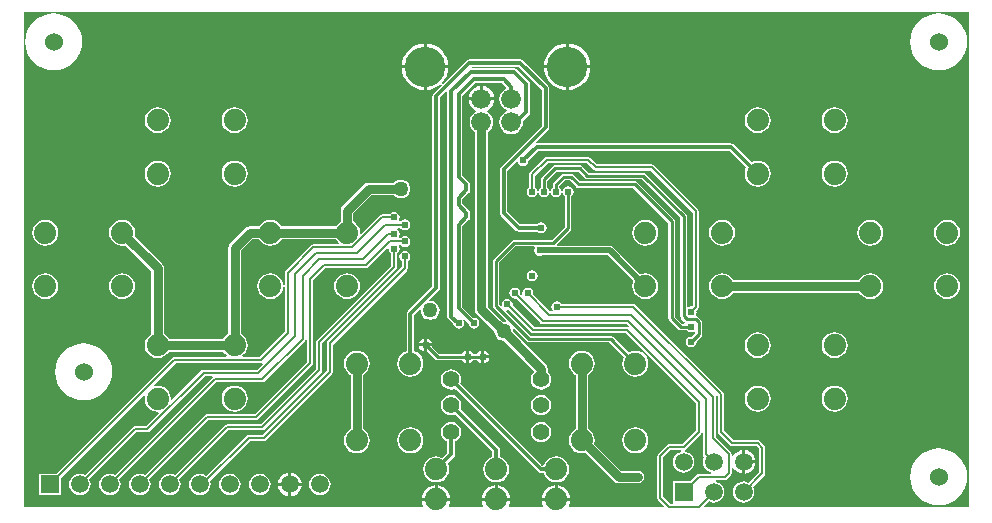
<source format=gbl>
%FSLAX25Y25*%
%MOIN*%
G70*
G01*
G75*
G04 Layer_Physical_Order=2*
G04 Layer_Color=14688338*
G04:AMPARAMS|DCode=10|XSize=40mil|YSize=40mil|CornerRadius=20mil|HoleSize=0mil|Usage=FLASHONLY|Rotation=0.000|XOffset=0mil|YOffset=0mil|HoleType=Round|Shape=RoundedRectangle|*
%AMROUNDEDRECTD10*
21,1,0.04000,0.00000,0,0,0.0*
21,1,0.00000,0.04000,0,0,0.0*
1,1,0.04000,0.00000,0.00000*
1,1,0.04000,0.00000,0.00000*
1,1,0.04000,0.00000,0.00000*
1,1,0.04000,0.00000,0.00000*
%
%ADD10ROUNDEDRECTD10*%
%ADD11R,0.03200X0.01200*%
%ADD12R,0.01200X0.03200*%
%ADD13R,0.04800X0.03200*%
%ADD14R,0.03200X0.04800*%
%ADD15R,0.03600X0.02800*%
%ADD16R,0.05512X0.04331*%
%ADD17R,0.04331X0.05512*%
%ADD18R,0.02800X0.03600*%
%ADD19R,0.07500X0.05600*%
%ADD20C,0.01000*%
%ADD21C,0.03000*%
%ADD22C,0.01200*%
%ADD23C,0.00800*%
%ADD24C,0.02000*%
%ADD25R,0.18000X0.18000*%
%ADD26C,0.06000*%
%ADD27C,0.05906*%
%ADD28R,0.05906X0.05906*%
%ADD29C,0.07400*%
%ADD30C,0.13500*%
%ADD31C,0.06600*%
%ADD32C,0.05512*%
%ADD33C,0.02400*%
%ADD34C,0.05000*%
%ADD35C,0.02300*%
G36*
X319936Y217436D02*
X319936D01*
X319936Y217436D01*
X319936Y217436D01*
Y217436D01*
X320267Y217215D01*
X320657Y217137D01*
X338921D01*
X352980Y203078D01*
Y172134D01*
X352594Y171817D01*
X352500Y171835D01*
X351798Y171696D01*
X351562Y171538D01*
X351121Y171774D01*
Y201843D01*
X351122Y201843D01*
X351036Y202272D01*
X350793Y202636D01*
X337308Y216122D01*
X336944Y216365D01*
X336515Y216450D01*
X336515Y216450D01*
X318293D01*
X316122Y218621D01*
X315758Y218865D01*
X315328Y218950D01*
X315328Y218950D01*
X307172D01*
X306742Y218865D01*
X306379Y218621D01*
X306379Y218621D01*
X302707Y214950D01*
X302464Y214586D01*
X302378Y214157D01*
X302379Y214157D01*
Y211415D01*
X302202Y211298D01*
X301804Y210702D01*
X301750Y210429D01*
X301250D01*
X301196Y210702D01*
X300798Y211298D01*
X300520Y211484D01*
Y215391D01*
X304766Y219637D01*
X317735D01*
X319936Y217436D01*
D02*
G37*
G36*
X356480Y129766D02*
Y122500D01*
X356480Y122500D01*
X356480D01*
X356558Y122110D01*
X356779Y121779D01*
X356858Y121700D01*
X356539Y120927D01*
X356417Y120000D01*
X356539Y119073D01*
X356897Y118208D01*
X357466Y117466D01*
X358208Y116897D01*
X359073Y116539D01*
X359226Y116518D01*
X359193Y116020D01*
X355000D01*
X354610Y115942D01*
X354279Y115721D01*
X352111Y113553D01*
X346447D01*
Y106447D01*
X346447D01*
Y106373D01*
X346094Y106020D01*
X345672D01*
X343270Y108422D01*
Y121578D01*
X345672Y123980D01*
X349193D01*
X349226Y123482D01*
X349073Y123461D01*
X348208Y123103D01*
X347466Y122534D01*
X346897Y121792D01*
X346539Y120927D01*
X346417Y120000D01*
X346539Y119073D01*
X346897Y118208D01*
X347466Y117466D01*
X348208Y116897D01*
X349073Y116539D01*
X350000Y116417D01*
X350927Y116539D01*
X351792Y116897D01*
X352534Y117466D01*
X353103Y118208D01*
X353461Y119073D01*
X353583Y120000D01*
X353461Y120927D01*
X353103Y121792D01*
X352534Y122534D01*
X351792Y123103D01*
X350927Y123461D01*
X350321Y123541D01*
X350304Y124041D01*
X350390Y124058D01*
X350721Y124279D01*
X355721Y129279D01*
X355942Y129610D01*
X355983Y129815D01*
X356480Y129766D01*
D02*
G37*
G36*
X445000Y105000D02*
X357095D01*
X356904Y105462D01*
X358300Y106859D01*
X359073Y106539D01*
X360000Y106417D01*
X360927Y106539D01*
X361792Y106897D01*
X362534Y107466D01*
X363103Y108208D01*
X363461Y109073D01*
X363583Y110000D01*
X363461Y110927D01*
X363103Y111792D01*
X362534Y112534D01*
X361792Y113103D01*
X360927Y113461D01*
X360774Y113481D01*
X360807Y113980D01*
X363750D01*
X364140Y114058D01*
X364471Y114279D01*
X365721Y115529D01*
X365942Y115860D01*
X366020Y116250D01*
Y117999D01*
X366510Y118097D01*
X366547Y118007D01*
X367181Y117181D01*
X368007Y116547D01*
X368968Y116149D01*
X369500Y116079D01*
Y120000D01*
Y123921D01*
X368968Y123851D01*
X368007Y123453D01*
X367181Y122819D01*
X366547Y121993D01*
X366510Y121903D01*
X366020Y122001D01*
Y122750D01*
X365942Y123140D01*
X365721Y123471D01*
X360939Y128253D01*
Y141581D01*
X360861Y141971D01*
X360817Y142038D01*
X361028Y142211D01*
X361480Y141998D01*
Y130000D01*
X361480Y130000D01*
X361480D01*
X361558Y129610D01*
X361779Y129279D01*
X365529Y125529D01*
X365860Y125308D01*
X366250Y125230D01*
X374328D01*
X375230Y124328D01*
Y116672D01*
X371700Y113142D01*
X370927Y113461D01*
X370000Y113583D01*
X369073Y113461D01*
X368208Y113103D01*
X367466Y112534D01*
X366897Y111792D01*
X366539Y110927D01*
X366417Y110000D01*
X366539Y109073D01*
X366897Y108208D01*
X367466Y107466D01*
X368208Y106897D01*
X369073Y106539D01*
X370000Y106417D01*
X370927Y106539D01*
X371792Y106897D01*
X372534Y107466D01*
X373103Y108208D01*
X373461Y109073D01*
X373583Y110000D01*
X373461Y110927D01*
X373142Y111700D01*
X376971Y115529D01*
X377192Y115860D01*
X377270Y116250D01*
X377270Y116250D01*
X377270Y116250D01*
Y116250D01*
Y124750D01*
X377192Y125140D01*
X376971Y125471D01*
X375471Y126971D01*
X375140Y127192D01*
X374750Y127270D01*
X366672D01*
X363520Y130422D01*
Y142500D01*
X363442Y142890D01*
X363221Y143221D01*
X333971Y172471D01*
X333640Y172692D01*
X333250Y172770D01*
X309234D01*
X309048Y173048D01*
X308452Y173446D01*
X307750Y173585D01*
X307048Y173446D01*
X306452Y173048D01*
X306054Y172452D01*
X305915Y171750D01*
X306054Y171048D01*
X306363Y170586D01*
X306128Y170145D01*
X305547D01*
X299770Y175922D01*
X299835Y176250D01*
X299696Y176952D01*
X299298Y177548D01*
X298702Y177946D01*
X298000Y178085D01*
X297298Y177946D01*
X296702Y177548D01*
X296304Y176952D01*
X296165Y176250D01*
X296238Y175880D01*
X295941Y175721D01*
X295539Y176019D01*
X295585Y176250D01*
X295446Y176952D01*
X295048Y177548D01*
X294452Y177946D01*
X293750Y178085D01*
X293048Y177946D01*
X292452Y177548D01*
X292054Y176952D01*
X291915Y176250D01*
X292054Y175548D01*
X292452Y174952D01*
X293048Y174554D01*
X293750Y174415D01*
X294078Y174480D01*
X302279Y166279D01*
X302610Y166058D01*
X303000Y165980D01*
X331078D01*
X331797Y165261D01*
X331562Y164820D01*
X331185Y164895D01*
X300297D01*
X293020Y172172D01*
X293085Y172500D01*
X292946Y173202D01*
X292548Y173798D01*
X291952Y174196D01*
X291250Y174335D01*
X290548Y174196D01*
X289952Y173798D01*
X289554Y173202D01*
X289415Y172500D01*
X289453Y172310D01*
X289012Y172075D01*
X288621Y172465D01*
Y186535D01*
X293965Y191878D01*
X300226D01*
X300462Y191437D01*
X300304Y191202D01*
X300165Y190500D01*
X300304Y189798D01*
X300702Y189202D01*
X301298Y188804D01*
X302000Y188665D01*
X302702Y188804D01*
X302798Y188869D01*
X324624D01*
X333233Y180260D01*
X333011Y179722D01*
X332863Y178600D01*
X333011Y177478D01*
X333444Y176431D01*
X334133Y175533D01*
X335031Y174844D01*
X336077Y174411D01*
X337200Y174263D01*
X338322Y174411D01*
X339369Y174844D01*
X340267Y175533D01*
X340956Y176431D01*
X341389Y177478D01*
X341537Y178600D01*
X341389Y179722D01*
X340956Y180769D01*
X340267Y181667D01*
X339369Y182356D01*
X338322Y182789D01*
X337200Y182937D01*
X336077Y182789D01*
X335540Y182567D01*
X326453Y191654D01*
X325924Y192007D01*
X325300Y192131D01*
X307871D01*
X307679Y192593D01*
X312293Y197207D01*
X312293Y197207D01*
X312536Y197571D01*
X312536Y197571D01*
X312536Y197571D01*
X312622Y198000D01*
X312621Y198000D01*
Y208585D01*
X312798Y208702D01*
X313196Y209298D01*
X313335Y210000D01*
X313196Y210702D01*
X312798Y211298D01*
X312202Y211696D01*
X311500Y211835D01*
X310798Y211696D01*
X310202Y211298D01*
X309804Y210702D01*
X309750Y210429D01*
X309250D01*
X309196Y210702D01*
X308798Y211298D01*
X308622Y211415D01*
Y212035D01*
X310465Y213878D01*
X312035D01*
X314207Y211707D01*
X314207Y211707D01*
X314571Y211464D01*
X314571Y211464D01*
X314571Y211464D01*
D01*
X314571Y211464D01*
X314571Y211464D01*
X315000Y211379D01*
X333222D01*
X344879Y199722D01*
Y168000D01*
X344878Y168000D01*
X344964Y167571D01*
X345207Y167207D01*
X348207Y164207D01*
X348571Y163964D01*
X349000Y163878D01*
X349000Y163878D01*
X351085D01*
X351202Y163702D01*
X351798Y163304D01*
X352500Y163165D01*
X353202Y163304D01*
X353437Y163462D01*
X353680Y163332D01*
X353679Y163333D01*
X353752Y162838D01*
X352708Y161794D01*
X352500Y161835D01*
X351798Y161696D01*
X351202Y161298D01*
X350804Y160702D01*
X350665Y160000D01*
X350804Y159298D01*
X351202Y158702D01*
X351798Y158304D01*
X352500Y158165D01*
X353202Y158304D01*
X353798Y158702D01*
X354196Y159298D01*
X354335Y160000D01*
X354294Y160208D01*
X355793Y161707D01*
X355793Y161707D01*
X356036Y162071D01*
X356121Y162500D01*
Y166500D01*
X356036Y166929D01*
X355793Y167293D01*
X355793Y167293D01*
X354793Y168293D01*
X354429Y168536D01*
X354215Y168579D01*
X354024Y169041D01*
X354196Y169298D01*
X354335Y170000D01*
X354270Y170328D01*
X354721Y170779D01*
X354942Y171110D01*
X355020Y171500D01*
X355020Y171500D01*
X355020Y171500D01*
Y171500D01*
Y203500D01*
X354942Y203890D01*
X354721Y204221D01*
X340064Y218878D01*
X339733Y219099D01*
X339343Y219177D01*
X321079D01*
X318878Y221378D01*
X318547Y221599D01*
X318157Y221676D01*
X304343D01*
X303953Y221599D01*
X303622Y221378D01*
X298779Y216535D01*
X298558Y216204D01*
X298480Y215814D01*
Y211484D01*
X298202Y211298D01*
X297804Y210702D01*
X297665Y210000D01*
X297804Y209298D01*
X298202Y208702D01*
X298798Y208304D01*
X299500Y208165D01*
X300202Y208304D01*
X300798Y208702D01*
X301196Y209298D01*
X301250Y209571D01*
X301750D01*
X301804Y209298D01*
X302202Y208702D01*
X302798Y208304D01*
X303500Y208165D01*
X304202Y208304D01*
X304798Y208702D01*
X305196Y209298D01*
X305250Y209571D01*
X305750D01*
X305804Y209298D01*
X306202Y208702D01*
X306798Y208304D01*
X307500Y208165D01*
X308202Y208304D01*
X308798Y208702D01*
X309196Y209298D01*
X309250Y209571D01*
X309750D01*
X309804Y209298D01*
X310202Y208702D01*
X310379Y208585D01*
Y198465D01*
X306035Y194122D01*
X293500D01*
X293500Y194122D01*
X293071Y194036D01*
X292707Y193793D01*
X292707Y193793D01*
X286707Y187793D01*
X286464Y187429D01*
X286378Y187000D01*
X286379Y187000D01*
Y172000D01*
X286378Y172000D01*
X286464Y171571D01*
X286707Y171207D01*
X290932Y166982D01*
X290711Y166533D01*
X290000Y166627D01*
X289913Y166615D01*
X284720Y171808D01*
Y229927D01*
X285360Y230418D01*
X285985Y231233D01*
X286378Y232182D01*
X286512Y233200D01*
X286378Y234218D01*
X285985Y235167D01*
X285360Y235981D01*
X284546Y236607D01*
X284481Y236633D01*
Y237134D01*
X284747Y237244D01*
X285646Y237933D01*
X286335Y238831D01*
X286768Y239878D01*
X286850Y240500D01*
X278308D01*
X278389Y239878D01*
X278823Y238831D01*
X279512Y237933D01*
X280410Y237244D01*
X280677Y237134D01*
Y236633D01*
X280612Y236607D01*
X279797Y235981D01*
X279172Y235167D01*
X278779Y234218D01*
X278645Y233200D01*
X278779Y232182D01*
X279172Y231233D01*
X279797Y230418D01*
X280438Y229927D01*
Y170921D01*
X280601Y170102D01*
X280601Y170102D01*
X280601Y170102D01*
X281065Y169407D01*
X286885Y163587D01*
X286873Y163500D01*
X286980Y162691D01*
X287292Y161937D01*
X287789Y161289D01*
X288437Y160792D01*
X289191Y160480D01*
X290000Y160373D01*
X290087Y160385D01*
X298550Y151922D01*
X300107Y149893D01*
X299569Y149192D01*
X299231Y148376D01*
X299115Y147500D01*
X299231Y146624D01*
X299569Y145808D01*
X300107Y145106D01*
X300808Y144569D01*
X301624Y144230D01*
X302500Y144115D01*
X303376Y144230D01*
X304192Y144569D01*
X304893Y145106D01*
X305431Y145808D01*
X305769Y146624D01*
X305885Y147500D01*
X305769Y148376D01*
X305431Y149192D01*
X304893Y149893D01*
X304641Y150087D01*
Y151000D01*
X304478Y151819D01*
X304014Y152514D01*
X293115Y163413D01*
X293127Y163500D01*
X293033Y164211D01*
X293482Y164432D01*
X297707Y160207D01*
X298071Y159964D01*
X298500Y159878D01*
X298500Y159878D01*
X325235D01*
X330145Y154969D01*
X330144Y154969D01*
X329711Y153922D01*
X329563Y152800D01*
X329711Y151678D01*
X330144Y150631D01*
X330833Y149733D01*
X331731Y149044D01*
X332778Y148611D01*
X333900Y148463D01*
X335022Y148611D01*
X336069Y149044D01*
X336967Y149733D01*
X337656Y150631D01*
X338089Y151678D01*
X338237Y152800D01*
X338089Y153922D01*
X337656Y154969D01*
X336967Y155867D01*
X336069Y156556D01*
X335022Y156989D01*
X333900Y157137D01*
X332778Y156989D01*
X331731Y156556D01*
X331731Y156555D01*
X326493Y161793D01*
X326129Y162036D01*
X325700Y162122D01*
X325700Y162122D01*
X298965D01*
X290825Y170262D01*
X291060Y170703D01*
X291250Y170665D01*
X291578Y170730D01*
X299154Y163154D01*
X299485Y162933D01*
X299875Y162855D01*
X330763D01*
X353980Y139638D01*
Y130422D01*
X349578Y126020D01*
X345250D01*
X344860Y125942D01*
X344529Y125721D01*
X341529Y122721D01*
X341308Y122390D01*
X341230Y122000D01*
Y108000D01*
X341230Y108000D01*
X341230D01*
X341308Y107610D01*
X341529Y107279D01*
X343346Y105462D01*
X343155Y105000D01*
X312002D01*
X311724Y105416D01*
X312079Y106273D01*
X312175Y107000D01*
X302825D01*
X302921Y106273D01*
X303276Y105416D01*
X302998Y105000D01*
X292002D01*
X291724Y105416D01*
X292079Y106273D01*
X292175Y107000D01*
X282825D01*
X282921Y106273D01*
X283276Y105416D01*
X282998Y105000D01*
X272002D01*
X271724Y105416D01*
X272079Y106273D01*
X272175Y107000D01*
X262825D01*
X262921Y106273D01*
X263276Y105416D01*
X262998Y105000D01*
X130000D01*
Y270000D01*
X445000D01*
Y105000D01*
D02*
G37*
G36*
X317035Y214535D02*
X317035Y214535D01*
X317399Y214292D01*
X317399Y214292D01*
X317399Y214292D01*
D01*
X317399Y214292D01*
X317399Y214292D01*
X317828Y214207D01*
X336050D01*
X348879Y201379D01*
Y168500D01*
X348878Y168500D01*
X348964Y168071D01*
X349207Y167707D01*
X350207Y166707D01*
X350207Y166707D01*
X350367Y166600D01*
X350222Y166122D01*
X349465D01*
X347122Y168465D01*
Y200186D01*
X347122Y200186D01*
X347036Y200616D01*
X346793Y200979D01*
X334479Y213293D01*
X334116Y213536D01*
X333686Y213622D01*
X333686Y213621D01*
X315465D01*
X313293Y215793D01*
X312929Y216036D01*
X312500Y216122D01*
X312500Y216122D01*
X310000D01*
X309571Y216036D01*
X309207Y215793D01*
X309207Y215793D01*
X306707Y213293D01*
X306464Y212929D01*
X306378Y212500D01*
X306379Y212500D01*
Y211415D01*
X306202Y211298D01*
X305804Y210702D01*
X305750Y210429D01*
X305250D01*
X305196Y210702D01*
X304798Y211298D01*
X304622Y211415D01*
Y213692D01*
X307636Y216707D01*
X314864D01*
X317035Y214535D01*
D02*
G37*
%LPC*%
G36*
X200300Y145437D02*
X199178Y145289D01*
X198131Y144856D01*
X197233Y144167D01*
X196544Y143269D01*
X196111Y142222D01*
X195963Y141100D01*
X196111Y139978D01*
X196544Y138931D01*
X197233Y138033D01*
X198131Y137344D01*
X199178Y136911D01*
X200300Y136763D01*
X201423Y136911D01*
X202469Y137344D01*
X203367Y138033D01*
X204056Y138931D01*
X204489Y139978D01*
X204637Y141100D01*
X204489Y142222D01*
X204056Y143269D01*
X203367Y144167D01*
X202469Y144856D01*
X201423Y145289D01*
X200300Y145437D01*
D02*
G37*
G36*
X302500Y142385D02*
X301624Y142270D01*
X300808Y141931D01*
X300107Y141393D01*
X299569Y140692D01*
X299231Y139876D01*
X299115Y139000D01*
X299231Y138124D01*
X299569Y137308D01*
X300107Y136607D01*
X300808Y136069D01*
X301624Y135731D01*
X302500Y135615D01*
X303376Y135731D01*
X304192Y136069D01*
X304893Y136607D01*
X305431Y137308D01*
X305769Y138124D01*
X305885Y139000D01*
X305769Y139876D01*
X305431Y140692D01*
X304893Y141393D01*
X304192Y141931D01*
X303376Y142270D01*
X302500Y142385D01*
D02*
G37*
G36*
X400300Y145437D02*
X399178Y145289D01*
X398131Y144856D01*
X397233Y144167D01*
X396544Y143269D01*
X396111Y142222D01*
X395963Y141100D01*
X396111Y139978D01*
X396544Y138931D01*
X397233Y138033D01*
X398131Y137344D01*
X399178Y136911D01*
X400300Y136763D01*
X401423Y136911D01*
X402469Y137344D01*
X403367Y138033D01*
X404056Y138931D01*
X404489Y139978D01*
X404637Y141100D01*
X404489Y142222D01*
X404056Y143269D01*
X403367Y144167D01*
X402469Y144856D01*
X401423Y145289D01*
X400300Y145437D01*
D02*
G37*
G36*
X374700D02*
X373577Y145289D01*
X372531Y144856D01*
X371633Y144167D01*
X370944Y143269D01*
X370511Y142222D01*
X370363Y141100D01*
X370511Y139978D01*
X370944Y138931D01*
X371633Y138033D01*
X372531Y137344D01*
X373577Y136911D01*
X374700Y136763D01*
X375822Y136911D01*
X376869Y137344D01*
X377767Y138033D01*
X378456Y138931D01*
X378889Y139978D01*
X379037Y141100D01*
X378889Y142222D01*
X378456Y143269D01*
X377767Y144167D01*
X376869Y144856D01*
X375822Y145289D01*
X374700Y145437D01*
D02*
G37*
G36*
X258900Y131537D02*
X257778Y131389D01*
X256731Y130956D01*
X255833Y130267D01*
X255144Y129369D01*
X254711Y128323D01*
X254563Y127200D01*
X254711Y126077D01*
X255144Y125031D01*
X255833Y124133D01*
X256731Y123444D01*
X257778Y123011D01*
X258900Y122863D01*
X260022Y123011D01*
X261069Y123444D01*
X261967Y124133D01*
X262656Y125031D01*
X263089Y126077D01*
X263237Y127200D01*
X263089Y128323D01*
X262656Y129369D01*
X261967Y130267D01*
X261069Y130956D01*
X260022Y131389D01*
X258900Y131537D01*
D02*
G37*
G36*
X241100Y157137D02*
X239978Y156989D01*
X238931Y156556D01*
X238033Y155867D01*
X237344Y154969D01*
X236911Y153922D01*
X236763Y152800D01*
X236911Y151678D01*
X237344Y150631D01*
X238033Y149733D01*
X238931Y149044D01*
X238959Y149033D01*
Y130967D01*
X238931Y130956D01*
X238033Y130267D01*
X237344Y129369D01*
X236911Y128323D01*
X236763Y127200D01*
X236911Y126077D01*
X237344Y125031D01*
X238033Y124133D01*
X238931Y123444D01*
X239978Y123011D01*
X241100Y122863D01*
X242222Y123011D01*
X243269Y123444D01*
X244167Y124133D01*
X244856Y125031D01*
X245289Y126077D01*
X245437Y127200D01*
X245289Y128323D01*
X244856Y129369D01*
X244167Y130267D01*
X243269Y130956D01*
X243241Y130967D01*
Y149033D01*
X243269Y149044D01*
X244167Y149733D01*
X244856Y150631D01*
X245289Y151678D01*
X245437Y152800D01*
X245289Y153922D01*
X244856Y154969D01*
X244167Y155867D01*
X243269Y156556D01*
X242222Y156989D01*
X241100Y157137D01*
D02*
G37*
G36*
X302500Y133385D02*
X301624Y133270D01*
X300808Y132931D01*
X300107Y132394D01*
X299569Y131692D01*
X299231Y130876D01*
X299115Y130000D01*
X299231Y129124D01*
X299569Y128308D01*
X300107Y127606D01*
X300808Y127069D01*
X301624Y126731D01*
X302500Y126615D01*
X303376Y126731D01*
X304192Y127069D01*
X304893Y127606D01*
X305431Y128308D01*
X305769Y129124D01*
X305885Y130000D01*
X305769Y130876D01*
X305431Y131692D01*
X304893Y132394D01*
X304192Y132931D01*
X303376Y133270D01*
X302500Y133385D01*
D02*
G37*
G36*
X333900Y131537D02*
X332778Y131389D01*
X331731Y130956D01*
X330833Y130267D01*
X330144Y129369D01*
X329711Y128323D01*
X329563Y127200D01*
X329711Y126077D01*
X330144Y125031D01*
X330833Y124133D01*
X331731Y123444D01*
X332778Y123011D01*
X333900Y122863D01*
X335022Y123011D01*
X336069Y123444D01*
X336967Y124133D01*
X337656Y125031D01*
X338089Y126077D01*
X338237Y127200D01*
X338089Y128323D01*
X337656Y129369D01*
X336967Y130267D01*
X336069Y130956D01*
X335022Y131389D01*
X333900Y131537D01*
D02*
G37*
G36*
X150000Y159496D02*
X148147Y159313D01*
X146366Y158773D01*
X144725Y157895D01*
X143286Y156714D01*
X142105Y155275D01*
X141227Y153634D01*
X140687Y151853D01*
X140504Y150000D01*
X140687Y148147D01*
X141227Y146366D01*
X142105Y144725D01*
X143286Y143286D01*
X144725Y142105D01*
X146366Y141227D01*
X148147Y140687D01*
X150000Y140504D01*
X151853Y140687D01*
X153634Y141227D01*
X155275Y142105D01*
X156714Y143286D01*
X157895Y144725D01*
X158773Y146366D01*
X159313Y148147D01*
X159496Y150000D01*
X159313Y151853D01*
X158773Y153634D01*
X157895Y155275D01*
X156714Y156714D01*
X155275Y157895D01*
X153634Y158773D01*
X151853Y159313D01*
X150000Y159496D01*
D02*
G37*
G36*
X374700Y163237D02*
X373577Y163089D01*
X372531Y162656D01*
X371633Y161967D01*
X370944Y161069D01*
X370511Y160022D01*
X370363Y158900D01*
X370511Y157778D01*
X370944Y156731D01*
X371633Y155833D01*
X372531Y155144D01*
X373577Y154711D01*
X374700Y154563D01*
X375822Y154711D01*
X376869Y155144D01*
X377767Y155833D01*
X378456Y156731D01*
X378889Y157778D01*
X379037Y158900D01*
X378889Y160022D01*
X378456Y161069D01*
X377767Y161967D01*
X376869Y162656D01*
X375822Y163089D01*
X374700Y163237D01*
D02*
G37*
G36*
X285144Y154500D02*
X283500D01*
Y152856D01*
X283858Y152928D01*
X284586Y153414D01*
X285072Y154142D01*
X285144Y154500D01*
D02*
G37*
G36*
X283500Y157144D02*
Y155500D01*
X285144D01*
X285072Y155858D01*
X284586Y156586D01*
X283858Y157072D01*
X283500Y157144D01*
D02*
G37*
G36*
X400300Y163237D02*
X399178Y163089D01*
X398131Y162656D01*
X397233Y161967D01*
X396544Y161069D01*
X396111Y160022D01*
X395963Y158900D01*
X396111Y157778D01*
X396544Y156731D01*
X397233Y155833D01*
X398131Y155144D01*
X399178Y154711D01*
X400300Y154563D01*
X401423Y154711D01*
X402469Y155144D01*
X403367Y155833D01*
X404056Y156731D01*
X404489Y157778D01*
X404637Y158900D01*
X404489Y160022D01*
X404056Y161069D01*
X403367Y161967D01*
X402469Y162656D01*
X401423Y163089D01*
X400300Y163237D01*
D02*
G37*
G36*
X268000Y112175D02*
Y108000D01*
X272175D01*
X272079Y108727D01*
X271605Y109870D01*
X270852Y110852D01*
X269870Y111605D01*
X268727Y112079D01*
X268000Y112175D01*
D02*
G37*
G36*
X266144Y158500D02*
X264500D01*
Y156856D01*
X264548Y156866D01*
X267207Y154207D01*
X267207Y154207D01*
X267571Y153964D01*
X267571Y153964D01*
X267571Y153964D01*
D01*
X267571Y153964D01*
X267571Y153964D01*
X268000Y153878D01*
X268000Y153878D01*
X276103D01*
X276414Y153414D01*
X277142Y152928D01*
X277500Y152856D01*
Y155000D01*
Y157144D01*
X277142Y157072D01*
X276414Y156586D01*
X276103Y156122D01*
X268465D01*
X266134Y158452D01*
X266144Y158500D01*
D02*
G37*
G36*
X435000Y124496D02*
X433147Y124313D01*
X431366Y123773D01*
X429725Y122895D01*
X428286Y121714D01*
X427105Y120275D01*
X426227Y118634D01*
X425687Y116852D01*
X425504Y115000D01*
X425687Y113147D01*
X426227Y111366D01*
X427105Y109724D01*
X428286Y108285D01*
X429725Y107105D01*
X431366Y106227D01*
X433147Y105687D01*
X435000Y105504D01*
X436853Y105687D01*
X438634Y106227D01*
X440275Y107105D01*
X441714Y108285D01*
X442895Y109724D01*
X443773Y111366D01*
X444313Y113147D01*
X444496Y115000D01*
X444313Y116852D01*
X443773Y118634D01*
X442895Y120275D01*
X441714Y121714D01*
X440275Y122895D01*
X438634Y123773D01*
X436853Y124313D01*
X435000Y124496D01*
D02*
G37*
G36*
X267000Y112175D02*
X266273Y112079D01*
X265130Y111605D01*
X264148Y110852D01*
X263394Y109870D01*
X262921Y108727D01*
X262825Y108000D01*
X267000D01*
Y112175D01*
D02*
G37*
G36*
X272500Y133385D02*
X271624Y133270D01*
X270808Y132931D01*
X270107Y132394D01*
X269569Y131692D01*
X269231Y130876D01*
X269115Y130000D01*
X269231Y129124D01*
X269569Y128308D01*
X270107Y127606D01*
X270808Y127069D01*
X271276Y126874D01*
Y123007D01*
X269568Y121298D01*
X268622Y121689D01*
X267500Y121837D01*
X266377Y121689D01*
X265331Y121256D01*
X264433Y120567D01*
X263744Y119669D01*
X263311Y118623D01*
X263163Y117500D01*
X263311Y116377D01*
X263744Y115331D01*
X264433Y114433D01*
X265331Y113744D01*
X266377Y113311D01*
X267500Y113163D01*
X268622Y113311D01*
X269669Y113744D01*
X270567Y114433D01*
X271256Y115331D01*
X271689Y116377D01*
X271837Y117500D01*
X271689Y118623D01*
X271298Y119568D01*
X273365Y121635D01*
X273630Y122032D01*
X273724Y122500D01*
X273724Y122500D01*
X273724Y122500D01*
Y122500D01*
Y126874D01*
X274192Y127069D01*
X274893Y127606D01*
X275431Y128308D01*
X275769Y129124D01*
X275885Y130000D01*
X275769Y130876D01*
X275431Y131692D01*
X274893Y132394D01*
X274192Y132931D01*
X273376Y133270D01*
X272500Y133385D01*
D02*
G37*
G36*
X198750Y116083D02*
X197823Y115961D01*
X196958Y115603D01*
X196216Y115034D01*
X195647Y114292D01*
X195289Y113427D01*
X195167Y112500D01*
X195289Y111573D01*
X195647Y110708D01*
X196216Y109966D01*
X196958Y109397D01*
X197823Y109039D01*
X198750Y108917D01*
X199677Y109039D01*
X200542Y109397D01*
X201284Y109966D01*
X201853Y110708D01*
X202211Y111573D01*
X202333Y112500D01*
X202211Y113427D01*
X201853Y114292D01*
X201284Y115034D01*
X200542Y115603D01*
X199677Y115961D01*
X198750Y116083D01*
D02*
G37*
G36*
X222671Y112000D02*
X219250D01*
Y108579D01*
X219782Y108649D01*
X220743Y109047D01*
X221569Y109681D01*
X222203Y110507D01*
X222601Y111468D01*
X222671Y112000D01*
D02*
G37*
G36*
X228750Y116083D02*
X227823Y115961D01*
X226958Y115603D01*
X226216Y115034D01*
X225647Y114292D01*
X225289Y113427D01*
X225167Y112500D01*
X225289Y111573D01*
X225647Y110708D01*
X226216Y109966D01*
X226958Y109397D01*
X227823Y109039D01*
X228750Y108917D01*
X229677Y109039D01*
X230542Y109397D01*
X231284Y109966D01*
X231853Y110708D01*
X232211Y111573D01*
X232333Y112500D01*
X232211Y113427D01*
X231853Y114292D01*
X231284Y115034D01*
X230542Y115603D01*
X229677Y115961D01*
X228750Y116083D01*
D02*
G37*
G36*
X208750D02*
X207823Y115961D01*
X206958Y115603D01*
X206216Y115034D01*
X205647Y114292D01*
X205289Y113427D01*
X205167Y112500D01*
X205289Y111573D01*
X205647Y110708D01*
X206216Y109966D01*
X206958Y109397D01*
X207823Y109039D01*
X208750Y108917D01*
X209677Y109039D01*
X210542Y109397D01*
X211284Y109966D01*
X211853Y110708D01*
X212211Y111573D01*
X212333Y112500D01*
X212211Y113427D01*
X211853Y114292D01*
X211284Y115034D01*
X210542Y115603D01*
X209677Y115961D01*
X208750Y116083D01*
D02*
G37*
G36*
X307000Y112175D02*
X306273Y112079D01*
X305130Y111605D01*
X304148Y110852D01*
X303395Y109870D01*
X302921Y108727D01*
X302825Y108000D01*
X307000D01*
Y112175D01*
D02*
G37*
G36*
X288000D02*
Y108000D01*
X292175D01*
X292079Y108727D01*
X291605Y109870D01*
X290852Y110852D01*
X289870Y111605D01*
X288727Y112079D01*
X288000Y112175D01*
D02*
G37*
G36*
X218250Y112000D02*
X214829D01*
X214899Y111468D01*
X215297Y110507D01*
X215931Y109681D01*
X216757Y109047D01*
X217718Y108649D01*
X218250Y108579D01*
Y112000D01*
D02*
G37*
G36*
X308000Y112175D02*
Y108000D01*
X312175D01*
X312079Y108727D01*
X311606Y109870D01*
X310852Y110852D01*
X309870Y111605D01*
X308727Y112079D01*
X308000Y112175D01*
D02*
G37*
G36*
X316100Y157137D02*
X314978Y156989D01*
X313931Y156556D01*
X313033Y155867D01*
X312344Y154969D01*
X311911Y153922D01*
X311763Y152800D01*
X311911Y151678D01*
X312344Y150631D01*
X313033Y149733D01*
X313931Y149044D01*
X313959Y149033D01*
Y130967D01*
X313931Y130956D01*
X313033Y130267D01*
X312344Y129369D01*
X311911Y128323D01*
X311763Y127200D01*
X311911Y126077D01*
X312344Y125031D01*
X313033Y124133D01*
X313931Y123444D01*
X314978Y123011D01*
X316100Y122863D01*
X317222Y123011D01*
X317250Y123022D01*
X326786Y113486D01*
X327481Y113022D01*
X328300Y112859D01*
X334750D01*
X335569Y113022D01*
X336264Y113486D01*
X336728Y114181D01*
X336891Y115000D01*
X336728Y115819D01*
X336264Y116514D01*
X335569Y116978D01*
X334750Y117141D01*
X329187D01*
X320278Y126050D01*
X320289Y126077D01*
X320437Y127200D01*
X320289Y128323D01*
X319856Y129369D01*
X319167Y130267D01*
X318269Y130956D01*
X318241Y130967D01*
Y149033D01*
X318269Y149044D01*
X319167Y149733D01*
X319856Y150631D01*
X320289Y151678D01*
X320437Y152800D01*
X320289Y153922D01*
X319856Y154969D01*
X319167Y155867D01*
X318269Y156556D01*
X317222Y156989D01*
X316100Y157137D01*
D02*
G37*
G36*
X373921Y119500D02*
X370500D01*
Y116079D01*
X371032Y116149D01*
X371993Y116547D01*
X372819Y117181D01*
X373453Y118007D01*
X373851Y118968D01*
X373921Y119500D01*
D02*
G37*
G36*
X257000Y190335D02*
X256298Y190196D01*
X255702Y189798D01*
X255304Y189202D01*
X255165Y188500D01*
X255304Y187798D01*
X255702Y187202D01*
X255980Y187016D01*
Y184922D01*
X231279Y160221D01*
X231058Y159890D01*
X230980Y159500D01*
Y150422D01*
X209578Y129020D01*
X205000D01*
X204610Y128942D01*
X204279Y128721D01*
X190892Y115334D01*
X190542Y115603D01*
X189677Y115961D01*
X188750Y116083D01*
X187823Y115961D01*
X186958Y115603D01*
X186216Y115034D01*
X185647Y114292D01*
X185289Y113427D01*
X185167Y112500D01*
X185289Y111573D01*
X185647Y110708D01*
X186216Y109966D01*
X186958Y109397D01*
X187823Y109039D01*
X188750Y108917D01*
X189677Y109039D01*
X190542Y109397D01*
X191284Y109966D01*
X191853Y110708D01*
X192211Y111573D01*
X192333Y112500D01*
X192211Y113427D01*
X192111Y113669D01*
X205422Y126980D01*
X210000D01*
X210390Y127058D01*
X210721Y127279D01*
X232721Y149279D01*
X232942Y149610D01*
X233020Y150000D01*
X233020Y150000D01*
X233020Y150000D01*
Y150000D01*
Y159078D01*
X257721Y183779D01*
X257942Y184110D01*
X258020Y184500D01*
X258020Y184500D01*
X258020Y184500D01*
Y184500D01*
Y187016D01*
X258298Y187202D01*
X258696Y187798D01*
X258835Y188500D01*
X258696Y189202D01*
X258298Y189798D01*
X257702Y190196D01*
X257000Y190335D01*
D02*
G37*
G36*
X370500Y123921D02*
Y120500D01*
X373921D01*
X373851Y121032D01*
X373453Y121993D01*
X372819Y122819D01*
X371993Y123453D01*
X371032Y123851D01*
X370500Y123921D01*
D02*
G37*
G36*
X287000Y112175D02*
X286273Y112079D01*
X285130Y111605D01*
X284148Y110852D01*
X283395Y109870D01*
X282921Y108727D01*
X282825Y108000D01*
X287000D01*
Y112175D01*
D02*
G37*
G36*
X219250Y116421D02*
Y113000D01*
X222671D01*
X222601Y113532D01*
X222203Y114493D01*
X221569Y115319D01*
X220743Y115953D01*
X219782Y116351D01*
X219250Y116421D01*
D02*
G37*
G36*
X218250D02*
X217718Y116351D01*
X216757Y115953D01*
X215931Y115319D01*
X215297Y114493D01*
X214899Y113532D01*
X214829Y113000D01*
X218250D01*
Y116421D01*
D02*
G37*
G36*
X272500Y150885D02*
X271624Y150769D01*
X270808Y150431D01*
X270107Y149893D01*
X269569Y149192D01*
X269231Y148376D01*
X269115Y147500D01*
X269231Y146624D01*
X269569Y145808D01*
X270107Y145106D01*
X270808Y144569D01*
X271624Y144230D01*
X272500Y144115D01*
X273376Y144230D01*
X273845Y144425D01*
X301635Y116635D01*
X302032Y116370D01*
X302500Y116277D01*
X303352D01*
X303744Y115331D01*
X304433Y114433D01*
X305331Y113744D01*
X306378Y113311D01*
X307500Y113163D01*
X308623Y113311D01*
X309669Y113744D01*
X310567Y114433D01*
X311256Y115331D01*
X311689Y116377D01*
X311837Y117500D01*
X311689Y118623D01*
X311256Y119669D01*
X310567Y120567D01*
X309669Y121256D01*
X308623Y121689D01*
X307500Y121837D01*
X306378Y121689D01*
X305331Y121256D01*
X304433Y120567D01*
X303744Y119669D01*
X303424Y118895D01*
X302933Y118797D01*
X275575Y146155D01*
X275769Y146624D01*
X275885Y147500D01*
X275769Y148376D01*
X275431Y149192D01*
X274893Y149893D01*
X274192Y150431D01*
X273376Y150769D01*
X272500Y150885D01*
D02*
G37*
G36*
Y142385D02*
X271624Y142270D01*
X270808Y141931D01*
X270107Y141393D01*
X269569Y140692D01*
X269231Y139876D01*
X269115Y139000D01*
X269231Y138124D01*
X269569Y137308D01*
X270107Y136607D01*
X270808Y136069D01*
X271624Y135731D01*
X272500Y135615D01*
X273376Y135731D01*
X273845Y135925D01*
X286277Y123493D01*
Y121648D01*
X285331Y121256D01*
X284433Y120567D01*
X283744Y119669D01*
X283311Y118623D01*
X283163Y117500D01*
X283311Y116377D01*
X283744Y115331D01*
X284433Y114433D01*
X285331Y113744D01*
X286378Y113311D01*
X287500Y113163D01*
X288622Y113311D01*
X289669Y113744D01*
X290567Y114433D01*
X291256Y115331D01*
X291689Y116377D01*
X291837Y117500D01*
X291689Y118623D01*
X291256Y119669D01*
X290567Y120567D01*
X289669Y121256D01*
X288723Y121648D01*
Y124000D01*
X288630Y124468D01*
X288365Y124865D01*
X275575Y137655D01*
X275769Y138124D01*
X275885Y139000D01*
X275769Y139876D01*
X275431Y140692D01*
X274893Y141393D01*
X274192Y141931D01*
X273376Y142270D01*
X272500Y142385D01*
D02*
G37*
G36*
X400300Y238237D02*
X399178Y238089D01*
X398131Y237656D01*
X397233Y236967D01*
X396544Y236069D01*
X396111Y235022D01*
X395963Y233900D01*
X396111Y232778D01*
X396544Y231731D01*
X397233Y230833D01*
X398131Y230144D01*
X399178Y229711D01*
X400300Y229563D01*
X401423Y229711D01*
X402469Y230144D01*
X403367Y230833D01*
X404056Y231731D01*
X404489Y232778D01*
X404637Y233900D01*
X404489Y235022D01*
X404056Y236069D01*
X403367Y236967D01*
X402469Y237656D01*
X401423Y238089D01*
X400300Y238237D01*
D02*
G37*
G36*
X374700D02*
X373577Y238089D01*
X372531Y237656D01*
X371633Y236967D01*
X370944Y236069D01*
X370511Y235022D01*
X370363Y233900D01*
X370511Y232778D01*
X370944Y231731D01*
X371633Y230833D01*
X372531Y230144D01*
X373577Y229711D01*
X374700Y229563D01*
X375822Y229711D01*
X376869Y230144D01*
X377767Y230833D01*
X378456Y231731D01*
X378889Y232778D01*
X379037Y233900D01*
X378889Y235022D01*
X378456Y236069D01*
X377767Y236967D01*
X376869Y237656D01*
X375822Y238089D01*
X374700Y238237D01*
D02*
G37*
G36*
X283079Y245271D02*
Y241500D01*
X286850D01*
X286768Y242123D01*
X286335Y243169D01*
X285646Y244067D01*
X284747Y244756D01*
X283701Y245189D01*
X283079Y245271D01*
D02*
G37*
G36*
X282079D02*
X281456Y245189D01*
X280410Y244756D01*
X279512Y244067D01*
X278823Y243169D01*
X278389Y242123D01*
X278308Y241500D01*
X282079D01*
Y245271D01*
D02*
G37*
G36*
X200300Y238237D02*
X199178Y238089D01*
X198131Y237656D01*
X197233Y236967D01*
X196544Y236069D01*
X196111Y235022D01*
X195963Y233900D01*
X196111Y232778D01*
X196544Y231731D01*
X197233Y230833D01*
X198131Y230144D01*
X199178Y229711D01*
X200300Y229563D01*
X201423Y229711D01*
X202469Y230144D01*
X203367Y230833D01*
X204056Y231731D01*
X204489Y232778D01*
X204637Y233900D01*
X204489Y235022D01*
X204056Y236069D01*
X203367Y236967D01*
X202469Y237656D01*
X201423Y238089D01*
X200300Y238237D01*
D02*
G37*
G36*
X295500Y254223D02*
X278500D01*
X278032Y254130D01*
X277635Y253865D01*
X269905Y246135D01*
X269534Y246471D01*
X270275Y247374D01*
X270995Y248720D01*
X271438Y250181D01*
X271538Y251200D01*
X264300D01*
Y243962D01*
X265319Y244062D01*
X266780Y244505D01*
X268127Y245225D01*
X269029Y245966D01*
X269365Y245595D01*
X266635Y242865D01*
X266370Y242468D01*
X266277Y242000D01*
Y178507D01*
X258035Y170265D01*
X257770Y169868D01*
X257677Y169400D01*
Y156948D01*
X256731Y156556D01*
X255833Y155867D01*
X255144Y154969D01*
X254711Y153922D01*
X254563Y152800D01*
X254711Y151678D01*
X255144Y150631D01*
X255833Y149733D01*
X256731Y149044D01*
X257778Y148611D01*
X258900Y148463D01*
X260022Y148611D01*
X261069Y149044D01*
X261967Y149733D01*
X262656Y150631D01*
X263089Y151678D01*
X263237Y152800D01*
X263089Y153922D01*
X262656Y154969D01*
X261967Y155867D01*
X261069Y156556D01*
X260123Y156948D01*
Y168893D01*
X261943Y170712D01*
X262373Y170500D01*
X262480Y169691D01*
X262792Y168937D01*
X263289Y168289D01*
X263937Y167792D01*
X264691Y167480D01*
X265500Y167373D01*
X266309Y167480D01*
X267063Y167792D01*
X267711Y168289D01*
X268208Y168937D01*
X268520Y169691D01*
X268627Y170500D01*
X268520Y171309D01*
X268208Y172063D01*
X267711Y172711D01*
X267063Y173208D01*
X266309Y173520D01*
X265500Y173627D01*
X265288Y174057D01*
X268365Y177135D01*
X268630Y177532D01*
X268724Y178000D01*
X268724Y178000D01*
X268724Y178000D01*
Y178000D01*
Y241493D01*
X270815Y243584D01*
X271276Y243393D01*
Y168465D01*
X271370Y167996D01*
X271635Y167599D01*
X273210Y166025D01*
X273304Y165548D01*
X273702Y164952D01*
X274298Y164554D01*
X275000Y164415D01*
X275702Y164554D01*
X276298Y164952D01*
X276696Y165548D01*
X276835Y166250D01*
X276696Y166952D01*
X276357Y167459D01*
D01*
Y167459D01*
X276456Y167540D01*
D01*
X276681Y167725D01*
X276789Y167730D01*
X278182Y166338D01*
X278165Y166250D01*
X278304Y165548D01*
X278702Y164952D01*
X279298Y164554D01*
X280000Y164415D01*
X280702Y164554D01*
X281298Y164952D01*
X281696Y165548D01*
X281835Y166250D01*
X281696Y166952D01*
X281298Y167548D01*
X280702Y167946D01*
X280000Y168085D01*
X279912Y168068D01*
X276223Y171757D01*
Y198493D01*
X278365Y200635D01*
X278630Y201032D01*
X278724Y201500D01*
Y203000D01*
X278630Y203468D01*
X278365Y203865D01*
X276223Y206007D01*
Y207493D01*
X278365Y209635D01*
X278630Y210032D01*
X278724Y210500D01*
Y212500D01*
X278630Y212968D01*
X278365Y213365D01*
X276223Y215507D01*
Y241993D01*
X280507Y246276D01*
X289493D01*
X290802Y244968D01*
X290704Y244478D01*
X290533Y244407D01*
X289719Y243781D01*
X289093Y242967D01*
X288700Y242018D01*
X288566Y241000D01*
X288700Y239982D01*
X289093Y239033D01*
X289719Y238218D01*
X290533Y237593D01*
X291121Y237350D01*
Y236850D01*
X290533Y236607D01*
X289719Y235981D01*
X289093Y235167D01*
X288700Y234218D01*
X288566Y233200D01*
X288700Y232182D01*
X289093Y231233D01*
X289719Y230418D01*
X290533Y229793D01*
X291482Y229400D01*
X292500Y229266D01*
X293518Y229400D01*
X294467Y229793D01*
X295282Y230418D01*
X295907Y231233D01*
X296300Y232182D01*
X296434Y233200D01*
X296375Y233645D01*
X298365Y235635D01*
X298630Y236032D01*
X298724Y236500D01*
Y246000D01*
X298630Y246468D01*
X298365Y246865D01*
X294365Y250865D01*
X293968Y251130D01*
X293500Y251223D01*
X279107D01*
X279050Y251361D01*
X279328Y251777D01*
X294993D01*
X302777Y243993D01*
Y232007D01*
X289135Y218365D01*
X288870Y217968D01*
X288776Y217500D01*
Y203000D01*
X288776Y203000D01*
X288776D01*
X288870Y202532D01*
X289135Y202135D01*
X294135Y197135D01*
X294532Y196870D01*
X295000Y196776D01*
X301153D01*
X301202Y196702D01*
X301798Y196304D01*
X302500Y196165D01*
X303202Y196304D01*
X303798Y196702D01*
X304196Y197298D01*
X304335Y198000D01*
X304196Y198702D01*
X303798Y199298D01*
X303202Y199696D01*
X302500Y199835D01*
X301798Y199696D01*
X301202Y199298D01*
X301153Y199223D01*
X295507D01*
X291224Y203507D01*
Y216993D01*
X294301Y220070D01*
X294779Y219925D01*
X294804Y219798D01*
X295202Y219202D01*
X295798Y218804D01*
X296500Y218665D01*
X297202Y218804D01*
X297798Y219202D01*
X298196Y219798D01*
X298335Y220500D01*
X298318Y220588D01*
X301507Y223777D01*
X365293D01*
X370902Y218168D01*
X370511Y217222D01*
X370363Y216100D01*
X370511Y214978D01*
X370944Y213931D01*
X371633Y213033D01*
X372531Y212344D01*
X373577Y211911D01*
X374700Y211763D01*
X375822Y211911D01*
X376869Y212344D01*
X377767Y213033D01*
X378456Y213931D01*
X378889Y214978D01*
X379037Y216100D01*
X378889Y217222D01*
X378456Y218269D01*
X377767Y219167D01*
X376869Y219856D01*
X375822Y220289D01*
X374700Y220437D01*
X373577Y220289D01*
X372632Y219898D01*
X366665Y225865D01*
X366268Y226130D01*
X365800Y226223D01*
X301107D01*
X300916Y226685D01*
X304865Y230635D01*
X305130Y231032D01*
X305223Y231500D01*
X305223Y231500D01*
X305223Y231500D01*
Y231500D01*
Y244500D01*
X305130Y244968D01*
X305024Y245127D01*
X304865Y245365D01*
X296365Y253865D01*
X295968Y254130D01*
X295500Y254223D01*
D02*
G37*
G36*
X200300Y220437D02*
X199178Y220289D01*
X198131Y219856D01*
X197233Y219167D01*
X196544Y218269D01*
X196111Y217222D01*
X195963Y216100D01*
X196111Y214978D01*
X196544Y213931D01*
X197233Y213033D01*
X198131Y212344D01*
X199178Y211911D01*
X200300Y211763D01*
X201423Y211911D01*
X202469Y212344D01*
X203367Y213033D01*
X204056Y213931D01*
X204489Y214978D01*
X204637Y216100D01*
X204489Y217222D01*
X204056Y218269D01*
X203367Y219167D01*
X202469Y219856D01*
X201423Y220289D01*
X200300Y220437D01*
D02*
G37*
G36*
X174700Y238237D02*
X173577Y238089D01*
X172531Y237656D01*
X171633Y236967D01*
X170944Y236069D01*
X170511Y235022D01*
X170363Y233900D01*
X170511Y232778D01*
X170944Y231731D01*
X171633Y230833D01*
X172531Y230144D01*
X173577Y229711D01*
X174700Y229563D01*
X175822Y229711D01*
X176869Y230144D01*
X177767Y230833D01*
X178456Y231731D01*
X178889Y232778D01*
X179037Y233900D01*
X178889Y235022D01*
X178456Y236069D01*
X177767Y236967D01*
X176869Y237656D01*
X175822Y238089D01*
X174700Y238237D01*
D02*
G37*
G36*
X400300Y220437D02*
X399178Y220289D01*
X398131Y219856D01*
X397233Y219167D01*
X396544Y218269D01*
X396111Y217222D01*
X395963Y216100D01*
X396111Y214978D01*
X396544Y213931D01*
X397233Y213033D01*
X398131Y212344D01*
X399178Y211911D01*
X400300Y211763D01*
X401423Y211911D01*
X402469Y212344D01*
X403367Y213033D01*
X404056Y213931D01*
X404489Y214978D01*
X404637Y216100D01*
X404489Y217222D01*
X404056Y218269D01*
X403367Y219167D01*
X402469Y219856D01*
X401423Y220289D01*
X400300Y220437D01*
D02*
G37*
G36*
X264300Y259438D02*
Y252200D01*
X271538D01*
X271438Y253219D01*
X270995Y254680D01*
X270275Y256027D01*
X269307Y257207D01*
X268127Y258175D01*
X266780Y258895D01*
X265319Y259338D01*
X264300Y259438D01*
D02*
G37*
G36*
X263300D02*
X262281Y259338D01*
X260820Y258895D01*
X259473Y258175D01*
X258293Y257207D01*
X257325Y256027D01*
X256605Y254680D01*
X256162Y253219D01*
X256062Y252200D01*
X263300D01*
Y259438D01*
D02*
G37*
G36*
X311700D02*
Y252200D01*
X318938D01*
X318838Y253219D01*
X318395Y254680D01*
X317675Y256027D01*
X316707Y257207D01*
X315527Y258175D01*
X314180Y258895D01*
X312719Y259338D01*
X311700Y259438D01*
D02*
G37*
G36*
X310700D02*
X309681Y259338D01*
X308220Y258895D01*
X306873Y258175D01*
X305693Y257207D01*
X304725Y256027D01*
X304005Y254680D01*
X303562Y253219D01*
X303462Y252200D01*
X310700D01*
Y259438D01*
D02*
G37*
G36*
X435000Y269496D02*
X433147Y269313D01*
X431366Y268773D01*
X429725Y267895D01*
X428286Y266715D01*
X427105Y265276D01*
X426227Y263634D01*
X425687Y261853D01*
X425504Y260000D01*
X425687Y258148D01*
X426227Y256366D01*
X427105Y254725D01*
X428286Y253286D01*
X429725Y252105D01*
X431366Y251227D01*
X433147Y250687D01*
X435000Y250504D01*
X436853Y250687D01*
X438634Y251227D01*
X440275Y252105D01*
X441714Y253286D01*
X442895Y254725D01*
X443773Y256366D01*
X444313Y258148D01*
X444496Y260000D01*
X444313Y261853D01*
X443773Y263634D01*
X442895Y265276D01*
X441714Y266715D01*
X440275Y267895D01*
X438634Y268773D01*
X436853Y269313D01*
X435000Y269496D01*
D02*
G37*
G36*
X310700Y251200D02*
X303462D01*
X303562Y250181D01*
X304005Y248720D01*
X304725Y247374D01*
X305693Y246193D01*
X306873Y245225D01*
X308220Y244505D01*
X309681Y244062D01*
X310700Y243962D01*
Y251200D01*
D02*
G37*
G36*
X263300D02*
X256062D01*
X256162Y250181D01*
X256605Y248720D01*
X257325Y247374D01*
X258293Y246193D01*
X259473Y245225D01*
X260820Y244505D01*
X262281Y244062D01*
X263300Y243962D01*
Y251200D01*
D02*
G37*
G36*
X140000Y269496D02*
X138147Y269313D01*
X136366Y268773D01*
X134724Y267895D01*
X133285Y266715D01*
X132105Y265276D01*
X131227Y263634D01*
X130687Y261853D01*
X130504Y260000D01*
X130687Y258148D01*
X131227Y256366D01*
X132105Y254725D01*
X133285Y253286D01*
X134724Y252105D01*
X136366Y251227D01*
X138147Y250687D01*
X140000Y250504D01*
X141852Y250687D01*
X143634Y251227D01*
X145275Y252105D01*
X146714Y253286D01*
X147895Y254725D01*
X148773Y256366D01*
X149313Y258148D01*
X149496Y260000D01*
X149313Y261853D01*
X148773Y263634D01*
X147895Y265276D01*
X146714Y266715D01*
X145275Y267895D01*
X143634Y268773D01*
X141852Y269313D01*
X140000Y269496D01*
D02*
G37*
G36*
X318938Y251200D02*
X311700D01*
Y243962D01*
X312719Y244062D01*
X314180Y244505D01*
X315527Y245225D01*
X316707Y246193D01*
X317675Y247374D01*
X318395Y248720D01*
X318838Y250181D01*
X318938Y251200D01*
D02*
G37*
G36*
X174700Y220437D02*
X173577Y220289D01*
X172531Y219856D01*
X171633Y219167D01*
X170944Y218269D01*
X170511Y217222D01*
X170363Y216100D01*
X170511Y214978D01*
X170944Y213931D01*
X171633Y213033D01*
X172531Y212344D01*
X173577Y211911D01*
X174700Y211763D01*
X175822Y211911D01*
X176869Y212344D01*
X177767Y213033D01*
X178456Y213931D01*
X178889Y214978D01*
X179037Y216100D01*
X178889Y217222D01*
X178456Y218269D01*
X177767Y219167D01*
X176869Y219856D01*
X175822Y220289D01*
X174700Y220437D01*
D02*
G37*
G36*
X162800Y182937D02*
X161678Y182789D01*
X160631Y182356D01*
X159733Y181667D01*
X159044Y180769D01*
X158611Y179722D01*
X158463Y178600D01*
X158611Y177478D01*
X159044Y176431D01*
X159733Y175533D01*
X160631Y174844D01*
X161678Y174411D01*
X162800Y174263D01*
X163923Y174411D01*
X164969Y174844D01*
X165867Y175533D01*
X166556Y176431D01*
X166989Y177478D01*
X167137Y178600D01*
X166989Y179722D01*
X166556Y180769D01*
X165867Y181667D01*
X164969Y182356D01*
X163923Y182789D01*
X162800Y182937D01*
D02*
G37*
G36*
X137200D02*
X136077Y182789D01*
X135031Y182356D01*
X134133Y181667D01*
X133444Y180769D01*
X133011Y179722D01*
X132863Y178600D01*
X133011Y177478D01*
X133444Y176431D01*
X134133Y175533D01*
X135031Y174844D01*
X136077Y174411D01*
X137200Y174263D01*
X138322Y174411D01*
X139369Y174844D01*
X140267Y175533D01*
X140956Y176431D01*
X141389Y177478D01*
X141537Y178600D01*
X141389Y179722D01*
X140956Y180769D01*
X140267Y181667D01*
X139369Y182356D01*
X138322Y182789D01*
X137200Y182937D01*
D02*
G37*
G36*
X437800D02*
X436678Y182789D01*
X435632Y182356D01*
X434733Y181667D01*
X434044Y180769D01*
X433611Y179722D01*
X433463Y178600D01*
X433611Y177478D01*
X434044Y176431D01*
X434733Y175533D01*
X435632Y174844D01*
X436678Y174411D01*
X437800Y174263D01*
X438923Y174411D01*
X439968Y174844D01*
X440867Y175533D01*
X441556Y176431D01*
X441989Y177478D01*
X442137Y178600D01*
X441989Y179722D01*
X441556Y180769D01*
X440867Y181667D01*
X439968Y182356D01*
X438923Y182789D01*
X437800Y182937D01*
D02*
G37*
G36*
X237800D02*
X236678Y182789D01*
X235631Y182356D01*
X234733Y181667D01*
X234044Y180769D01*
X233611Y179722D01*
X233463Y178600D01*
X233611Y177478D01*
X234044Y176431D01*
X234733Y175533D01*
X235631Y174844D01*
X236678Y174411D01*
X237800Y174263D01*
X238923Y174411D01*
X239969Y174844D01*
X240867Y175533D01*
X241556Y176431D01*
X241989Y177478D01*
X242137Y178600D01*
X241989Y179722D01*
X241556Y180769D01*
X240867Y181667D01*
X239969Y182356D01*
X238923Y182789D01*
X237800Y182937D01*
D02*
G37*
G36*
X263500Y158500D02*
X261856D01*
X261928Y158142D01*
X262414Y157414D01*
X263142Y156928D01*
X263500Y156856D01*
Y158500D01*
D02*
G37*
G36*
X282500Y157144D02*
X282142Y157072D01*
X281414Y156586D01*
X281103Y156122D01*
X279896D01*
X279586Y156586D01*
X278858Y157072D01*
X278500Y157144D01*
Y155000D01*
Y152856D01*
X278858Y152928D01*
X279586Y153414D01*
X279896Y153878D01*
X281103D01*
X281414Y153414D01*
X282142Y152928D01*
X282500Y152856D01*
Y155000D01*
Y157144D01*
D02*
G37*
G36*
X264500Y161144D02*
Y159500D01*
X266144D01*
X266072Y159858D01*
X265586Y160586D01*
X264858Y161072D01*
X264500Y161144D01*
D02*
G37*
G36*
X263500D02*
X263142Y161072D01*
X262414Y160586D01*
X261928Y159858D01*
X261856Y159500D01*
X263500D01*
Y161144D01*
D02*
G37*
G36*
X299500Y183835D02*
X298798Y183696D01*
X298202Y183298D01*
X297804Y182702D01*
X297665Y182000D01*
X297804Y181298D01*
X298202Y180702D01*
X298798Y180304D01*
X299500Y180165D01*
X300202Y180304D01*
X300798Y180702D01*
X301196Y181298D01*
X301335Y182000D01*
X301196Y182702D01*
X300798Y183298D01*
X300202Y183696D01*
X299500Y183835D01*
D02*
G37*
G36*
X412200Y200737D02*
X411077Y200589D01*
X410032Y200156D01*
X409133Y199467D01*
X408444Y198569D01*
X408011Y197522D01*
X407863Y196400D01*
X408011Y195278D01*
X408444Y194231D01*
X409133Y193333D01*
X410032Y192644D01*
X411077Y192211D01*
X412200Y192063D01*
X413322Y192211D01*
X414368Y192644D01*
X415267Y193333D01*
X415956Y194231D01*
X416389Y195278D01*
X416537Y196400D01*
X416389Y197522D01*
X415956Y198569D01*
X415267Y199467D01*
X414368Y200156D01*
X413322Y200589D01*
X412200Y200737D01*
D02*
G37*
G36*
X362800D02*
X361678Y200589D01*
X360631Y200156D01*
X359733Y199467D01*
X359044Y198569D01*
X358611Y197522D01*
X358463Y196400D01*
X358611Y195278D01*
X359044Y194231D01*
X359733Y193333D01*
X360631Y192644D01*
X361678Y192211D01*
X362800Y192063D01*
X363923Y192211D01*
X364969Y192644D01*
X365867Y193333D01*
X366556Y194231D01*
X366989Y195278D01*
X367137Y196400D01*
X366989Y197522D01*
X366556Y198569D01*
X365867Y199467D01*
X364969Y200156D01*
X363923Y200589D01*
X362800Y200737D01*
D02*
G37*
G36*
X255750Y214127D02*
X254941Y214020D01*
X254187Y213708D01*
X253539Y213211D01*
X253485Y213141D01*
X245000D01*
X244181Y212978D01*
X243486Y212514D01*
X236286Y205314D01*
X235822Y204619D01*
X235659Y203800D01*
Y200167D01*
X235631Y200156D01*
X234733Y199467D01*
X234044Y198569D01*
X234033Y198541D01*
X215967D01*
X215956Y198569D01*
X215267Y199467D01*
X214369Y200156D01*
X213322Y200589D01*
X212200Y200737D01*
X211077Y200589D01*
X210031Y200156D01*
X209133Y199467D01*
X208444Y198569D01*
X208433Y198541D01*
X205400D01*
X204581Y198378D01*
X203886Y197914D01*
X198786Y192814D01*
X198322Y192119D01*
X198159Y191300D01*
Y162667D01*
X198131Y162656D01*
X197233Y161967D01*
X196544Y161069D01*
X196533Y161041D01*
X178467D01*
X178456Y161069D01*
X177767Y161967D01*
X176869Y162656D01*
X176841Y162667D01*
Y184500D01*
X176678Y185319D01*
X176214Y186014D01*
X166978Y195250D01*
X166989Y195278D01*
X167137Y196400D01*
X166989Y197522D01*
X166556Y198569D01*
X165867Y199467D01*
X164969Y200156D01*
X163923Y200589D01*
X162800Y200737D01*
X161678Y200589D01*
X160631Y200156D01*
X159733Y199467D01*
X159044Y198569D01*
X158611Y197522D01*
X158463Y196400D01*
X158611Y195278D01*
X159044Y194231D01*
X159733Y193333D01*
X160631Y192644D01*
X161678Y192211D01*
X162800Y192063D01*
X163923Y192211D01*
X163950Y192222D01*
X172559Y183613D01*
Y162667D01*
X172531Y162656D01*
X171633Y161967D01*
X170944Y161069D01*
X170511Y160022D01*
X170363Y158900D01*
X170511Y157778D01*
X170944Y156731D01*
X171633Y155833D01*
X172531Y155144D01*
X173577Y154711D01*
X174700Y154563D01*
X175822Y154711D01*
X176869Y155144D01*
X177767Y155833D01*
X178456Y156731D01*
X178467Y156759D01*
X196533D01*
X196544Y156731D01*
X197233Y155833D01*
X197677Y155493D01*
X197516Y155020D01*
X180250D01*
X179860Y154942D01*
X179529Y154721D01*
X140861Y116053D01*
X135197D01*
Y108947D01*
X142303D01*
Y114611D01*
X170051Y142359D01*
X170500Y142138D01*
X170363Y141100D01*
X170511Y139978D01*
X170944Y138931D01*
X171633Y138033D01*
X172531Y137344D01*
X173577Y136911D01*
X174700Y136763D01*
X174928Y136793D01*
X175149Y136345D01*
X170825Y132020D01*
X167250D01*
X166860Y131942D01*
X166529Y131721D01*
X150450Y115641D01*
X149677Y115961D01*
X148750Y116083D01*
X147823Y115961D01*
X146958Y115603D01*
X146216Y115034D01*
X145647Y114292D01*
X145289Y113427D01*
X145167Y112500D01*
X145289Y111573D01*
X145647Y110708D01*
X146216Y109966D01*
X146958Y109397D01*
X147823Y109039D01*
X148750Y108917D01*
X149677Y109039D01*
X150542Y109397D01*
X151284Y109966D01*
X151853Y110708D01*
X152211Y111573D01*
X152333Y112500D01*
X152211Y113427D01*
X151892Y114200D01*
X167672Y129980D01*
X171247D01*
X171637Y130058D01*
X171968Y130279D01*
X190427Y148738D01*
X192941D01*
X193086Y148259D01*
X193029Y148221D01*
X160450Y115641D01*
X159677Y115961D01*
X158750Y116083D01*
X157823Y115961D01*
X156958Y115603D01*
X156216Y115034D01*
X155647Y114292D01*
X155289Y113427D01*
X155167Y112500D01*
X155289Y111573D01*
X155647Y110708D01*
X156216Y109966D01*
X156958Y109397D01*
X157823Y109039D01*
X158750Y108917D01*
X159677Y109039D01*
X160542Y109397D01*
X161284Y109966D01*
X161853Y110708D01*
X162211Y111573D01*
X162333Y112500D01*
X162211Y113427D01*
X161891Y114200D01*
X194172Y146480D01*
X209500D01*
X209890Y146558D01*
X210221Y146779D01*
X223721Y160279D01*
X223942Y160610D01*
X223983Y160815D01*
X224480Y160766D01*
Y153422D01*
X207078Y136020D01*
X191250D01*
X190860Y135942D01*
X190529Y135721D01*
X170450Y115641D01*
X169677Y115961D01*
X168750Y116083D01*
X167823Y115961D01*
X166958Y115603D01*
X166216Y115034D01*
X165647Y114292D01*
X165289Y113427D01*
X165167Y112500D01*
X165289Y111573D01*
X165647Y110708D01*
X166216Y109966D01*
X166958Y109397D01*
X167823Y109039D01*
X168750Y108917D01*
X169677Y109039D01*
X170542Y109397D01*
X171284Y109966D01*
X171853Y110708D01*
X172211Y111573D01*
X172333Y112500D01*
X172211Y113427D01*
X171891Y114200D01*
X191672Y133980D01*
X207500D01*
X207890Y134058D01*
X208221Y134279D01*
X226221Y152279D01*
X226442Y152610D01*
X226520Y153000D01*
X226520Y153000D01*
X226520Y153000D01*
Y153000D01*
Y180578D01*
X230422Y184480D01*
X244000D01*
X244390Y184558D01*
X244721Y184779D01*
X251235Y191293D01*
X251676Y191058D01*
X251665Y191000D01*
X251804Y190298D01*
X252202Y189702D01*
X252480Y189516D01*
Y185422D01*
X227779Y160721D01*
X227558Y160390D01*
X227480Y160000D01*
Y150922D01*
X209078Y132520D01*
X197750D01*
X197360Y132442D01*
X197029Y132221D01*
X180450Y115641D01*
X179677Y115961D01*
X178750Y116083D01*
X177823Y115961D01*
X176958Y115603D01*
X176216Y115034D01*
X175647Y114292D01*
X175289Y113427D01*
X175167Y112500D01*
X175289Y111573D01*
X175647Y110708D01*
X176216Y109966D01*
X176958Y109397D01*
X177823Y109039D01*
X178750Y108917D01*
X179677Y109039D01*
X180542Y109397D01*
X181284Y109966D01*
X181853Y110708D01*
X182211Y111573D01*
X182333Y112500D01*
X182211Y113427D01*
X181892Y114200D01*
X198172Y130480D01*
X209500D01*
X209890Y130558D01*
X210221Y130779D01*
X229221Y149779D01*
X229442Y150110D01*
X229520Y150500D01*
X229520Y150500D01*
X229520Y150500D01*
Y150500D01*
Y159578D01*
X254221Y184279D01*
X254442Y184610D01*
X254520Y185000D01*
X254520Y185000D01*
X254520Y185000D01*
Y185000D01*
Y189516D01*
X254798Y189702D01*
X255196Y190298D01*
X255335Y191000D01*
X255196Y191702D01*
X254970Y192039D01*
X255115Y192310D01*
X255614Y192334D01*
X255702Y192202D01*
X256298Y191804D01*
X257000Y191665D01*
X257702Y191804D01*
X258298Y192202D01*
X258696Y192798D01*
X258835Y193500D01*
X258696Y194202D01*
X258298Y194798D01*
X257702Y195196D01*
X257000Y195335D01*
X256298Y195196D01*
X255702Y194798D01*
X255614Y194666D01*
X255115Y194690D01*
X254970Y194961D01*
X255196Y195298D01*
X255335Y196000D01*
X255196Y196702D01*
X254798Y197298D01*
X254492Y197502D01*
X254637Y197980D01*
X255516D01*
X255702Y197702D01*
X256298Y197304D01*
X257000Y197165D01*
X257702Y197304D01*
X258298Y197702D01*
X258696Y198298D01*
X258835Y199000D01*
X258696Y199702D01*
X258298Y200298D01*
X257702Y200696D01*
X257000Y200835D01*
X256298Y200696D01*
X255702Y200298D01*
X255614Y200166D01*
X255115Y200190D01*
X254970Y200461D01*
X255196Y200798D01*
X255335Y201500D01*
X255196Y202202D01*
X254798Y202798D01*
X254202Y203196D01*
X253500Y203335D01*
X252798Y203196D01*
X252202Y202798D01*
X252016Y202520D01*
X249547D01*
X249157Y202442D01*
X248826Y202221D01*
X242555Y195951D01*
X242107Y196172D01*
X242137Y196400D01*
X241989Y197522D01*
X241556Y198569D01*
X240867Y199467D01*
X239969Y200156D01*
X239941Y200167D01*
Y202913D01*
X245887Y208859D01*
X253485D01*
X253539Y208789D01*
X254187Y208292D01*
X254941Y207980D01*
X255750Y207873D01*
X256559Y207980D01*
X257313Y208292D01*
X257961Y208789D01*
X258458Y209437D01*
X258770Y210191D01*
X258877Y211000D01*
X258770Y211809D01*
X258458Y212563D01*
X257961Y213211D01*
X257313Y213708D01*
X256559Y214020D01*
X255750Y214127D01*
D02*
G37*
G36*
X437800Y200737D02*
X436678Y200589D01*
X435632Y200156D01*
X434733Y199467D01*
X434044Y198569D01*
X433611Y197522D01*
X433463Y196400D01*
X433611Y195278D01*
X434044Y194231D01*
X434733Y193333D01*
X435632Y192644D01*
X436678Y192211D01*
X437800Y192063D01*
X438923Y192211D01*
X439968Y192644D01*
X440867Y193333D01*
X441556Y194231D01*
X441989Y195278D01*
X442137Y196400D01*
X441989Y197522D01*
X441556Y198569D01*
X440867Y199467D01*
X439968Y200156D01*
X438923Y200589D01*
X437800Y200737D01*
D02*
G37*
G36*
X337200D02*
X336077Y200589D01*
X335031Y200156D01*
X334133Y199467D01*
X333444Y198569D01*
X333011Y197522D01*
X332863Y196400D01*
X333011Y195278D01*
X333444Y194231D01*
X334133Y193333D01*
X335031Y192644D01*
X336077Y192211D01*
X337200Y192063D01*
X338322Y192211D01*
X339369Y192644D01*
X340267Y193333D01*
X340956Y194231D01*
X341389Y195278D01*
X341537Y196400D01*
X341389Y197522D01*
X340956Y198569D01*
X340267Y199467D01*
X339369Y200156D01*
X338322Y200589D01*
X337200Y200737D01*
D02*
G37*
G36*
X137200D02*
X136077Y200589D01*
X135031Y200156D01*
X134133Y199467D01*
X133444Y198569D01*
X133011Y197522D01*
X132863Y196400D01*
X133011Y195278D01*
X133444Y194231D01*
X134133Y193333D01*
X135031Y192644D01*
X136077Y192211D01*
X137200Y192063D01*
X138322Y192211D01*
X139369Y192644D01*
X140267Y193333D01*
X140956Y194231D01*
X141389Y195278D01*
X141537Y196400D01*
X141389Y197522D01*
X140956Y198569D01*
X140267Y199467D01*
X139369Y200156D01*
X138322Y200589D01*
X137200Y200737D01*
D02*
G37*
G36*
X412200Y182937D02*
X411077Y182789D01*
X410032Y182356D01*
X409133Y181667D01*
X408444Y180769D01*
X408433Y180741D01*
X366567D01*
X366556Y180769D01*
X365867Y181667D01*
X364969Y182356D01*
X363923Y182789D01*
X362800Y182937D01*
X361678Y182789D01*
X360631Y182356D01*
X359733Y181667D01*
X359044Y180769D01*
X358611Y179722D01*
X358463Y178600D01*
X358611Y177478D01*
X359044Y176431D01*
X359733Y175533D01*
X360631Y174844D01*
X361678Y174411D01*
X362800Y174263D01*
X363923Y174411D01*
X364969Y174844D01*
X365867Y175533D01*
X366556Y176431D01*
X366567Y176459D01*
X408433D01*
X408444Y176431D01*
X409133Y175533D01*
X410032Y174844D01*
X411077Y174411D01*
X412200Y174263D01*
X413322Y174411D01*
X414368Y174844D01*
X415267Y175533D01*
X415956Y176431D01*
X416389Y177478D01*
X416537Y178600D01*
X416389Y179722D01*
X415956Y180769D01*
X415267Y181667D01*
X414368Y182356D01*
X413322Y182789D01*
X412200Y182937D01*
D02*
G37*
%LPD*%
G36*
X209774Y152716D02*
X207835Y150777D01*
X190004D01*
X189614Y150699D01*
X189283Y150478D01*
X179455Y140651D01*
X179007Y140872D01*
X179037Y141100D01*
X178889Y142222D01*
X178456Y143269D01*
X177767Y144167D01*
X176869Y144856D01*
X175822Y145289D01*
X174700Y145437D01*
X173662Y145300D01*
X173441Y145749D01*
X180672Y152980D01*
X209000D01*
X209390Y153058D01*
X209457Y153103D01*
X209774Y152716D01*
D02*
G37*
G36*
X234044Y194231D02*
X234733Y193333D01*
X235176Y192993D01*
X235016Y192520D01*
X226500D01*
X226110Y192442D01*
X225779Y192221D01*
X217279Y183721D01*
X217058Y183390D01*
X216980Y183000D01*
Y179055D01*
X216481Y179023D01*
X216389Y179722D01*
X215956Y180769D01*
X215267Y181667D01*
X214369Y182356D01*
X213322Y182789D01*
X212200Y182937D01*
X211077Y182789D01*
X210031Y182356D01*
X209133Y181667D01*
X208444Y180769D01*
X208011Y179722D01*
X207863Y178600D01*
X208011Y177478D01*
X208444Y176431D01*
X209133Y175533D01*
X210031Y174844D01*
X211077Y174411D01*
X212200Y174263D01*
X213322Y174411D01*
X214369Y174844D01*
X215267Y175533D01*
X215956Y176431D01*
X216389Y177478D01*
X216481Y178177D01*
X216980Y178145D01*
Y163422D01*
X208578Y155020D01*
X203084D01*
X202923Y155493D01*
X203367Y155833D01*
X204056Y156731D01*
X204489Y157778D01*
X204637Y158900D01*
X204489Y160022D01*
X204056Y161069D01*
X203367Y161967D01*
X202469Y162656D01*
X202441Y162667D01*
Y190413D01*
X206287Y194259D01*
X208433D01*
X208444Y194231D01*
X209133Y193333D01*
X210031Y192644D01*
X211077Y192211D01*
X212200Y192063D01*
X213322Y192211D01*
X214369Y192644D01*
X215267Y193333D01*
X215956Y194231D01*
X215967Y194259D01*
X234033D01*
X234044Y194231D01*
D02*
G37*
D20*
X268000Y155000D02*
X278000D01*
X264500Y158500D02*
X268000Y155000D01*
X278000D02*
X283000D01*
X354000Y167500D02*
X355000Y166500D01*
Y162500D02*
Y166500D01*
X352500Y160000D02*
X355000Y162500D01*
X351000Y167500D02*
X354000D01*
X350000Y168500D02*
X351000Y167500D01*
X349000Y165000D02*
X352500D01*
X346000Y168000D02*
X349000Y165000D01*
X350000Y168500D02*
Y201843D01*
X336515Y215328D02*
X350000Y201843D01*
X346000Y168000D02*
Y200186D01*
X333686Y212500D02*
X346000Y200186D01*
X317828Y215328D02*
X336515D01*
X315328Y217828D02*
X317828Y215328D01*
X307172Y217828D02*
X315328D01*
X303500Y214157D02*
X307172Y217828D01*
X303500Y210000D02*
Y214157D01*
X315000Y212500D02*
X333686D01*
X312500Y215000D02*
X315000Y212500D01*
X310000Y215000D02*
X312500D01*
X307500Y212500D02*
X310000Y215000D01*
X307500Y210000D02*
Y212500D01*
X311500Y198000D02*
Y210000D01*
X306500Y193000D02*
X311500Y198000D01*
X293500Y193000D02*
X306500D01*
X287500Y187000D02*
X293500Y193000D01*
X287500Y172000D02*
Y187000D01*
Y172000D02*
X298500Y161000D01*
X325700D01*
X333900Y152800D01*
D21*
X200300Y158900D02*
Y191300D01*
X205400Y196400D01*
X212200D01*
X237800D01*
X241100Y127200D02*
Y152800D01*
X328300Y115000D02*
X334750D01*
X316100Y127200D02*
X328300Y115000D01*
X316100Y127200D02*
Y152800D01*
X290000Y163500D02*
X302500Y151000D01*
Y147500D02*
Y151000D01*
X362800Y178600D02*
X412200D01*
X162800Y196400D02*
X174700Y184500D01*
Y158900D02*
Y184500D01*
Y158900D02*
X200300D01*
X237800Y196400D02*
Y203800D01*
X245000Y211000D01*
X255750D01*
X282579Y170921D02*
X290000Y163500D01*
X282579Y170921D02*
Y233200D01*
D22*
X301000Y225000D02*
X365800D01*
X296500Y220500D02*
X301000Y225000D01*
X365800D02*
X374700Y216100D01*
X302500Y117500D02*
X307500D01*
X272500Y147500D02*
X302500Y117500D01*
X287500D02*
Y124000D01*
X272500Y139000D02*
X287500Y124000D01*
X267500Y117500D02*
X272500Y122500D01*
Y130000D01*
X275000Y171250D02*
Y199000D01*
X277500Y201500D01*
Y203000D01*
X275000Y205500D02*
X277500Y203000D01*
X275000Y205500D02*
Y208000D01*
X277500Y210500D01*
Y212500D01*
X275000Y215000D02*
X277500Y212500D01*
X275000Y215000D02*
Y242500D01*
Y171250D02*
X280000Y166250D01*
X272500Y168465D02*
X274732Y166232D01*
X272500Y168465D02*
Y243535D01*
X278964Y250000D01*
X293500D01*
X275000Y242500D02*
X280000Y247500D01*
X290000D01*
X293500Y250000D02*
X297500Y246000D01*
Y236500D02*
Y246000D01*
X294200Y233200D02*
X297500Y236500D01*
X292500Y233200D02*
X294200D01*
X290000Y247500D02*
X292500Y245000D01*
Y241000D02*
Y245000D01*
X278500Y253000D02*
X295500D01*
X267500Y242000D02*
X278500Y253000D01*
X267500Y178000D02*
Y242000D01*
X295500Y253000D02*
X304000Y244500D01*
Y231500D02*
Y244500D01*
X290000Y217500D02*
X304000Y231500D01*
X295000Y198000D02*
X302500D01*
X290000Y203000D02*
X295000Y198000D01*
X290000Y203000D02*
Y217500D01*
X258900Y169400D02*
X267500Y178000D01*
X258900Y152800D02*
Y169400D01*
D23*
X352500Y170000D02*
X354000Y171500D01*
X357500Y122500D02*
Y141000D01*
X331500Y167000D02*
X357500Y141000D01*
X303000Y167000D02*
X331500D01*
X359919Y127831D02*
Y141581D01*
X332375Y169125D02*
X359919Y141581D01*
X305125Y169125D02*
X332375D01*
X362500Y130000D02*
Y142500D01*
X333250Y171750D02*
X362500Y142500D01*
X307750Y171750D02*
X333250D01*
X355000Y130000D02*
Y140060D01*
X331185Y163875D02*
X355000Y140060D01*
X299875Y163875D02*
X331185D01*
X354000Y171500D02*
Y203500D01*
X339343Y218157D02*
X354000Y203500D01*
X320657Y218157D02*
X339343D01*
X318157Y220657D02*
X320657Y218157D01*
X304343Y220657D02*
X318157D01*
X299500Y215814D02*
X304343Y220657D01*
X299500Y210000D02*
Y215814D01*
X257000Y184500D02*
Y188500D01*
X232000Y159500D02*
X257000Y184500D01*
X232000Y150000D02*
Y159500D01*
X210000Y128000D02*
X232000Y150000D01*
X205000Y128000D02*
X210000D01*
X189500Y112500D02*
X205000Y128000D01*
X188750Y112500D02*
X189500D01*
X178750D02*
X197750Y131500D01*
X209500D01*
X228500Y150500D01*
Y160000D01*
X253500Y185000D01*
Y191000D01*
X168750Y112500D02*
X191250Y135000D01*
X207500D01*
X225500Y153000D01*
Y181000D01*
X230000Y185500D01*
X244000D01*
X252000Y193500D01*
X257000D01*
X223000Y161000D02*
Y182000D01*
X209500Y147500D02*
X223000Y161000D01*
X193750Y147500D02*
X209500D01*
X220500Y162000D02*
Y182500D01*
X208257Y149757D02*
X220500Y162000D01*
X190004Y149757D02*
X208257D01*
X158750Y112500D02*
X193750Y147500D01*
X171247Y131000D02*
X190004Y149757D01*
X167250Y131000D02*
X171247D01*
X148750Y112500D02*
X167250Y131000D01*
X223000Y182000D02*
X228500Y187500D01*
X220500Y182500D02*
X227500Y189500D01*
X218000Y183000D02*
X226500Y191500D01*
X218000Y163000D02*
Y183000D01*
X209000Y154000D02*
X218000Y163000D01*
X228500Y187500D02*
X243000D01*
X227500Y189500D02*
X241000D01*
X243000Y187500D02*
X251500Y196000D01*
X241000Y189500D02*
X250500Y199000D01*
X249547Y201500D02*
X253500D01*
X239547Y191500D02*
X249547Y201500D01*
X250500Y199000D02*
X257000D01*
X138750Y112500D02*
X180250Y154000D01*
X209000D01*
X226500Y191500D02*
X239547D01*
X251500Y196000D02*
X253500D01*
X355000Y105000D02*
X360000Y110000D01*
X345250Y105000D02*
X355000D01*
X342250Y108000D02*
X345250Y105000D01*
X342250Y108000D02*
Y122000D01*
X345250Y125000D01*
X350000D01*
X355000Y130000D01*
X350000Y110000D02*
X355000Y115000D01*
X363750D01*
X365000Y116250D01*
Y122750D01*
X359919Y127831D02*
X365000Y122750D01*
X357500Y122500D02*
X360000Y120000D01*
X370000Y110000D02*
X376250Y116250D01*
Y124750D01*
X374750Y126250D02*
X376250Y124750D01*
X366250Y126250D02*
X374750D01*
X362500Y130000D02*
X366250Y126250D01*
X298000Y176250D02*
X305125Y169125D01*
X291250Y172500D02*
X299875Y163875D01*
X293750Y176250D02*
X303000Y167000D01*
D24*
X325300Y190500D02*
X337200Y178600D01*
X302000Y190500D02*
X325300D01*
D26*
X435000Y260000D02*
D03*
Y115000D02*
D03*
X150000Y150000D02*
D03*
X140000Y260000D02*
D03*
D27*
X158750Y112500D02*
D03*
X228750D02*
D03*
X218750D02*
D03*
X208750D02*
D03*
X198750D02*
D03*
X188750D02*
D03*
X178750D02*
D03*
X168750D02*
D03*
X148750D02*
D03*
X360000Y110000D02*
D03*
X370000D02*
D03*
X350000Y120000D02*
D03*
X360000D02*
D03*
X370000D02*
D03*
D28*
X138750Y112500D02*
D03*
X350000Y110000D02*
D03*
D29*
X137200Y196400D02*
D03*
X162800D02*
D03*
X137200Y178600D02*
D03*
X162800D02*
D03*
X174700Y233900D02*
D03*
X200300D02*
D03*
X174700Y216100D02*
D03*
X200300D02*
D03*
X174700Y158900D02*
D03*
X200300D02*
D03*
X174700Y141100D02*
D03*
X200300D02*
D03*
X212200Y196400D02*
D03*
X237800D02*
D03*
X212200Y178600D02*
D03*
X237800D02*
D03*
X437800D02*
D03*
X412200D02*
D03*
X437800Y196400D02*
D03*
X412200D02*
D03*
X400300Y141100D02*
D03*
X374700D02*
D03*
X400300Y158900D02*
D03*
X374700D02*
D03*
X400300Y216100D02*
D03*
X374700D02*
D03*
X400300Y233900D02*
D03*
X374700D02*
D03*
X362800Y178600D02*
D03*
X337200D02*
D03*
X362800Y196400D02*
D03*
X337200D02*
D03*
X316100Y127200D02*
D03*
Y152800D02*
D03*
X333900Y127200D02*
D03*
Y152800D02*
D03*
X241100Y127200D02*
D03*
Y152800D02*
D03*
X258900Y127200D02*
D03*
Y152800D02*
D03*
X267500Y107500D02*
D03*
Y117500D02*
D03*
X287500Y107500D02*
D03*
Y117500D02*
D03*
X307500Y107500D02*
D03*
Y117500D02*
D03*
D30*
X311200Y251700D02*
D03*
X263800D02*
D03*
D31*
X282579Y241000D02*
D03*
X292500D02*
D03*
Y233200D02*
D03*
X282579D02*
D03*
D32*
X302500Y130000D02*
D03*
X272500D02*
D03*
X302500Y139000D02*
D03*
X272500D02*
D03*
X302500Y147500D02*
D03*
X272500D02*
D03*
D33*
X296500Y220500D02*
D03*
X264000Y159000D02*
D03*
X283000Y155000D02*
D03*
X278000D02*
D03*
X302000Y190500D02*
D03*
X352500Y160000D02*
D03*
Y165000D02*
D03*
Y170000D02*
D03*
X299500Y210000D02*
D03*
X303500D02*
D03*
X307500D02*
D03*
X253500Y191000D02*
D03*
X257000Y199000D02*
D03*
Y188500D02*
D03*
X253500Y196000D02*
D03*
Y201500D02*
D03*
X257000Y193500D02*
D03*
X307750Y171750D02*
D03*
X302500Y198000D02*
D03*
X293750Y176250D02*
D03*
X298000D02*
D03*
X291250Y172500D02*
D03*
X280000Y166250D02*
D03*
X275000D02*
D03*
X299500Y182000D02*
D03*
X311500Y210000D02*
D03*
D34*
X265500Y170500D02*
D03*
X255750Y211000D02*
D03*
X290000Y163500D02*
D03*
D35*
X334750Y115000D02*
D03*
M02*

</source>
